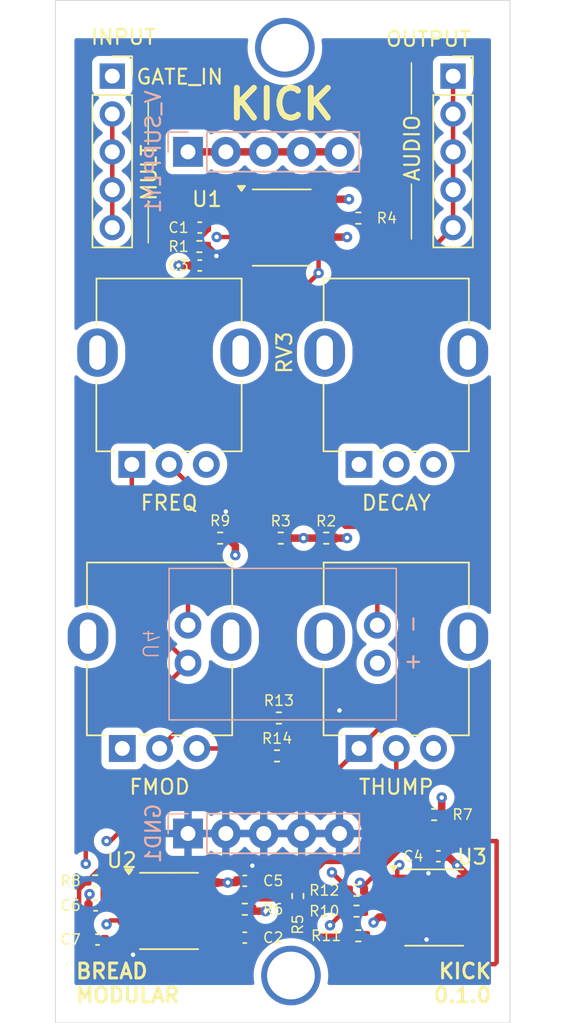
<source format=kicad_pcb>
(kicad_pcb (version 20240108) (generator "pcbnew") (generator_version "8.0")
  (layers (0 "F.Cu" signal "SIG1") (1 "In1.Cu" signal "SIG2") (2 "In2.Cu" power "PWR") (31 "B.Cu" power "GND") (34 "B.Paste" user) (35 "F.Paste" user) (36 "B.SilkS" user "B.Silkscreen") (37 "F.SilkS" user "F.Silkscreen") (38 "B.Mask" user) (39 "F.Mask" user) (44 "Edge.Cuts" user))
  (net 0 "")
  (net 1 "GND")
  (net 2 "TRIG_ENV")
  (net 3 "Net-(U1A--)")
  (net 4 "Net-(U2B-+)")
  (net 5 "SHAPE_OUT")
  (net 6 "Net-(U2A--)")
  (net 7 "CAP_MID")
  (net 8 "Net-(INPUT1-Pin_2)")
  (net 9 "GATE_IN")
  (net 10 "KICK_OUT")
  (net 11 "V_MID")
  (net 12 "V_SUPPLY")
  (net 13 "TRIG_IN")
  (net 14 "Net-(U2A-+)")
  (net 15 "Net-(U2B--)")
  (net 16 "Net-(R7-Pad1)")
  (net 17 "Net-(R9-Pad1)")
  (net 18 "Net-(R10-Pad1)")
  (net 19 "Net-(U3A--)")
  (net 20 "Net-(U4--)")
  (net 21 "Net-(R14-Pad1)")
  (footprint "Capacitor_SMD:C_0402_1005Metric" (layer "F.Cu") (at 59.69 99.695)
    (property "Reference" "C5" (at 1.905 0 0) (layer "F.SilkS") (effects (font (size 0.7 0.7) (thickness 0.1))))
    (property "Value" "100nf")
    (fp_line (start -0.107836 -0.36) (end 0.107836 -0.36) (stroke (width 0.12)) (layer "F.SilkS"))
    (fp_line (start -0.107836 0.36) (end 0.107836 0.36) (stroke (width 0.12)) (layer "F.SilkS"))
    (pad "1" smd roundrect (at -0.48 0) (size 0.56 0.62) (layers "F.Cu" "F.Paste" "F.Mask") (net 12 "V_SUPPLY"))
    (pad "2" smd roundrect (at 0.48 0) (size 0.56 0.62) (layers "F.Cu" "F.Paste" "F.Mask") (net 1 "GND"))
  )
  (footprint "BreadModular_Pots:Potentiometer_RV09" (layer "F.Cu") (at 52.11 71.765 90)
    (property "Reference" "RV2")
    (property "Value" "1M")
    (fp_line (start 0.88 -2.38) (end 5.6 -2.38) (stroke (width 0.12)) (layer "F.SilkS"))
    (fp_line (start 9.41 -2.37) (end 12.47 -2.37) (stroke (width 0.12)) (layer "F.SilkS"))
    (fp_line (start 0.88 -1.19) (end 0.88 -2.37) (stroke (width 0.12)) (layer "F.SilkS"))
    (fp_line (start 0.88 1.71) (end 0.88 1.18) (stroke (width 0.12)) (layer "F.SilkS"))
    (fp_line (start 0.88 4.16) (end 0.88 3.33) (stroke (width 0.12)) (layer "F.SilkS"))
    (fp_line (start 12.47 7.37) (end 12.47 -2.37) (stroke (width 0.12)) (layer "F.SilkS"))
    (fp_line (start 9.41 7.37) (end 12.47 7.37) (stroke (width 0.12)) (layer "F.SilkS"))
    (fp_line (start 0.88 7.37) (end 0.88 5.88) (stroke (width 0.12)) (layer "F.SilkS"))
    (fp_line (start 0.88 7.37) (end 5.6 7.37) (stroke (width 0.12)) (layer "F.SilkS"))
    (pad "" thru_hole oval (at 7.5 -2.3 180) (size 2.72 3.24) (drill oval 1.1 2.3) (layers "*.Cu" "*.Mask"))
    (pad "" thru_hole oval (at 7.5 7.3 180) (size 2.72 3.24) (drill oval 1.1 2.3) (layers "*.Cu" "*.Mask"))
    (pad "1" thru_hole rect (at 0 0 180) (size 1.8 1.8) (drill 1) (layers "*.Cu" "*.Mask") (net 7 "CAP_MID"))
    (pad "2" thru_hole circle (at 0 2.5 180) (size 1.8 1.8) (drill 1) (layers "*.Cu" "*.Mask") (net 17 "Net-(R9-Pad1)"))
    (pad "3" thru_hole circle (at 0 5 180) (size 1.8 1.8) (drill 1) (layers "*.Cu" "*.Mask"))
  )
  (footprint "BreadModular_Pots:Potentiometer_RV09" (layer "F.Cu") (at 51.475 90.815 90)
    (property "Reference" "RV4")
    (property "Value" "1M")
    (fp_line (start 0.88 -2.38) (end 5.6 -2.38) (stroke (width 0.12)) (layer "F.SilkS"))
    (fp_line (start 9.41 -2.37) (end 12.47 -2.37) (stroke (width 0.12)) (layer "F.SilkS"))
    (fp_line (start 0.88 -1.19) (end 0.88 -2.37) (stroke (width 0.12)) (layer "F.SilkS"))
    (fp_line (start 0.88 1.71) (end 0.88 1.18) (stroke (width 0.12)) (layer "F.SilkS"))
    (fp_line (start 0.88 4.16) (end 0.88 3.33) (stroke (width 0.12)) (layer "F.SilkS"))
    (fp_line (start 12.47 7.37) (end 12.47 -2.37) (stroke (width 0.12)) (layer "F.SilkS"))
    (fp_line (start 9.41 7.37) (end 12.47 7.37) (stroke (width 0.12)) (layer "F.SilkS"))
    (fp_line (start 0.88 7.37) (end 0.88 5.88) (stroke (width 0.12)) (layer "F.SilkS"))
    (fp_line (start 0.88 7.37) (end 5.6 7.37) (stroke (width 0.12)) (layer "F.SilkS"))
    (pad "" thru_hole oval (at 7.5 -2.3 180) (size 2.72 3.24) (drill oval 1.1 2.3) (layers "*.Cu" "*.Mask"))
    (pad "" thru_hole oval (at 7.5 7.3 180) (size 2.72 3.24) (drill oval 1.1 2.3) (layers "*.Cu" "*.Mask"))
    (pad "1" thru_hole rect (at 0 0 180) (size 1.8 1.8) (drill 1) (layers "*.Cu" "*.Mask"))
    (pad "2" thru_hole circle (at 0 2.5 180) (size 1.8 1.8) (drill 1) (layers "*.Cu" "*.Mask") (net 20 "Net-(U4--)"))
    (pad "3" thru_hole circle (at 0 5 180) (size 1.8 1.8) (drill 1) (layers "*.Cu" "*.Mask") (net 21 "Net-(R14-Pad1)"))
  )
  (footprint "Capacitor_SMD:C_0402_1005Metric" (layer "F.Cu") (at 49.812 103.632)
    (property "Reference" "C7" (at -1.806 0 0) (layer "F.SilkS") (effects (font (size 0.7 0.7) (thickness 0.1))))
    (property "Value" "10nf")
    (fp_line (start -0.107836 -0.36) (end 0.107836 -0.36) (stroke (width 0.12)) (layer "F.SilkS"))
    (fp_line (start -0.107836 0.36) (end 0.107836 0.36) (stroke (width 0.12)) (layer "F.SilkS"))
    (pad "1" smd roundrect (at -0.48 0) (size 0.56 0.62) (layers "F.Cu" "F.Paste" "F.Mask") (net 7 "CAP_MID"))
    (pad "2" smd roundrect (at 0.48 0) (size 0.56 0.62) (layers "F.Cu" "F.Paste" "F.Mask") (net 5 "SHAPE_OUT"))
  )
  (footprint "Resistor_SMD:R_0402_1005Metric" (layer "F.Cu") (at 67.308 103.378)
    (property "Reference" "R11" (at -2.159 0 0) (layer "F.SilkS") (effects (font (size 0.7 0.7) (thickness 0.1))))
    (property "Value" "100k")
    (fp_line (start -0.153641 -0.38) (end 0.153641 -0.38) (stroke (width 0.12)) (layer "F.SilkS"))
    (fp_line (start -0.153641 0.38) (end 0.153641 0.38) (stroke (width 0.12)) (layer "F.SilkS"))
    (pad "1" smd roundrect (at -0.51 0) (size 0.54 0.64) (layers "F.Cu" "F.Paste" "F.Mask") (net 5 "SHAPE_OUT"))
    (pad "2" smd roundrect (at 0.51 0) (size 0.54 0.64) (layers "F.Cu" "F.Paste" "F.Mask") (net 19 "Net-(U3A--)"))
  )
  (footprint "Resistor_SMD:R_0402_1005Metric" (layer "F.Cu") (at 63.246 100.713 90)
    (property "Reference" "R5" (at -1.907 0 90) (layer "F.SilkS") (effects (font (size 0.7 0.7) (thickness 0.1))))
    (property "Value" "1k")
    (fp_line (start -0.153641 -0.38) (end 0.153641 -0.38) (stroke (width 0.12)) (layer "F.SilkS"))
    (fp_line (start -0.153641 0.38) (end 0.153641 0.38) (stroke (width 0.12)) (layer "F.SilkS"))
    (pad "1" smd roundrect (at -0.51 0 90) (size 0.54 0.64) (layers "F.Cu" "F.Paste" "F.Mask") (net 15 "Net-(U2B--)"))
    (pad "2" smd roundrect (at 0.51 0 90) (size 0.54 0.64) (layers "F.Cu" "F.Paste" "F.Mask") (net 10 "KICK_OUT"))
  )
  (footprint "Connector_PinSocket_2.54mm:PinSocket_1x05_P2.54mm_Vertical" (layer "F.Cu") (at 50.8 45.72)
    (property "Reference" "INPUT1")
    (property "Value" "Conn_01x05_Socket")
    (fp_line (start -1.33 1.27) (end -1.33 11.49) (stroke (width 0.12)) (layer "F.SilkS"))
    (fp_line (start -1.33 1.27) (end 1.33 1.27) (stroke (width 0.12)) (layer "F.SilkS"))
    (fp_line (start -1.33 11.49) (end 1.33 11.49) (stroke (width 0.12)) (layer "F.SilkS"))
    (fp_line (start 0 -1.33) (end 1.33 -1.33) (stroke (width 0.12)) (layer "F.SilkS"))
    (fp_line (start 1.33 -1.33) (end 1.33 0) (stroke (width 0.12)) (layer "F.SilkS"))
    (fp_line (start 1.33 1.27) (end 1.33 11.49) (stroke (width 0.12)) (layer "F.SilkS"))
    (pad "1" thru_hole rect (at 0 0) (size 1.7 1.7) (drill 1) (layers "*.Cu" "*.Mask") (net 9 "GATE_IN"))
    (pad "2" thru_hole oval (at 0 2.54) (size 1.7 1.7) (drill 1) (layers "*.Cu" "*.Mask") (net 8 "Net-(INPUT1-Pin_2)"))
    (pad "3" thru_hole oval (at 0 5.08) (size 1.7 1.7) (drill 1) (layers "*.Cu" "*.Mask") (net 8 "Net-(INPUT1-Pin_2)"))
    (pad "4" thru_hole oval (at 0 7.62) (size 1.7 1.7) (drill 1) (layers "*.Cu" "*.Mask") (net 8 "Net-(INPUT1-Pin_2)"))
    (pad "5" thru_hole oval (at 0 10.16) (size 1.7 1.7) (drill 1) (layers "*.Cu" "*.Mask") (net 8 "Net-(INPUT1-Pin_2)"))
  )
  (footprint "Package_SO:SOIC-8-1EP_3.9x4.9mm_P1.27mm_EP2.29x3mm" (layer "F.Cu") (at 62.165 55.88)
    (property "Reference" "U1" (at -5.015 -1.905 0) (layer "F.SilkS"))
    (property "Value" "MCP6002-xSN")
    (fp_line (start 0 -2.56) (end -1.95 -2.56) (stroke (width 0.12)) (layer "F.SilkS"))
    (fp_line (start 0 -2.56) (end 1.95 -2.56) (stroke (width 0.12)) (layer "F.SilkS"))
    (fp_line (start 0 2.56) (end -1.95 2.56) (stroke (width 0.12)) (layer "F.SilkS"))
    (fp_line (start 0 2.56) (end 1.95 2.56) (stroke (width 0.12)) (layer "F.SilkS"))
    (fp_poly (pts (xy -2.7 -2.465) (xy -2.94 -2.795) (xy -2.46 -2.795) (xy -2.7 -2.465)) (stroke (width 0.12)) (fill solid) (layer "F.SilkS"))
    (pad "1" smd roundrect (at -2.475 -1.905) (size 1.95 0.6) (layers "F.Cu" "F.Paste" "F.Mask") (net 3 "Net-(U1A--)"))
    (pad "2" smd roundrect (at -2.475 -0.635) (size 1.95 0.6) (layers "F.Cu" "F.Paste" "F.Mask") (net 3 "Net-(U1A--)"))
    (pad "3" smd roundrect (at -2.475 0.635) (size 1.95 0.6) (layers "F.Cu" "F.Paste" "F.Mask") (net 9 "GATE_IN"))
    (pad "4" smd roundrect (at -2.475 1.905) (size 1.95 0.6) (layers "F.Cu" "F.Paste" "F.Mask") (net 1 "GND"))
    (pad "5" smd roundrect (at 2.475 1.905) (size 1.95 0.6) (layers "F.Cu" "F.Paste" "F.Mask") (net 2 "TRIG_ENV"))
    (pad "6" smd roundrect (at 2.475 0.635) (size 1.95 0.6) (layers "F.Cu" "F.Paste" "F.Mask") (net 11 "V_MID"))
    (pad "7" smd roundrect (at 2.475 -0.635) (size 1.95 0.6) (layers "F.Cu" "F.Paste" "F.Mask") (net 13 "TRIG_IN"))
    (pad "8" smd roundrect (at 2.475 -1.905) (size 1.95 0.6) (layers "F.Cu" "F.Paste" "F.Mask") (net 12 "V_SUPPLY"))
    (pad "9" smd rect (at 0 0) (size 2.29 3) (property pad_prop_heatsink) (layers "F.Cu" "F.Mask"))
  )
  (footprint "Resistor_SMD:R_0402_1005Metric" (layer "F.Cu") (at 61.851 91.313)
    (property "Reference" "R14" (at 0 -1.17 0) (layer "F.SilkS") (effects (font (size 0.7 0.7) (thickness 0.1))))
    (property "Value" "10k")
    (fp_line (start -0.153641 -0.38) (end 0.153641 -0.38) (stroke (width 0.12)) (layer "F.SilkS"))
    (fp_line (start -0.153641 0.38) (end 0.153641 0.38) (stroke (width 0.12)) (layer "F.SilkS"))
    (pad "1" smd roundrect (at -0.51 0) (size 0.54 0.64) (layers "F.Cu" "F.Paste" "F.Mask") (net 21 "Net-(R14-Pad1)"))
    (pad "2" smd roundrect (at 0.51 0) (size 0.54 0.64) (layers "F.Cu" "F.Paste" "F.Mask") (net 1 "GND"))
  )
  (footprint "BreadModular_Pots:Potentiometer_RV09" (layer "F.Cu") (at 67.35 71.765 90)
    (property "Reference" "RV3" (at 7.5 -5 90) (layer "F.SilkS"))
    (property "Value" "1M")
    (fp_line (start 0.88 -2.38) (end 5.6 -2.38) (stroke (width 0.12)) (layer "F.SilkS"))
    (fp_line (start 9.41 -2.37) (end 12.47 -2.37) (stroke (width 0.12)) (layer "F.SilkS"))
    (fp_line (start 0.88 -1.19) (end 0.88 -2.37) (stroke (width 0.12)) (layer "F.SilkS"))
    (fp_line (start 0.88 1.71) (end 0.88 1.18) (stroke (width 0.12)) (layer "F.SilkS"))
    (fp_line (start 0.88 4.16) (end 0.88 3.33) (stroke (width 0.12)) (layer "F.SilkS"))
    (fp_line (start 12.47 7.37) (end 12.47 -2.37) (stroke (width 0.12)) (layer "F.SilkS"))
    (fp_line (start 9.41 7.37) (end 12.47 7.37) (stroke (width 0.12)) (layer "F.SilkS"))
    (fp_line (start 0.88 7.37) (end 0.88 5.88) (stroke (width 0.12)) (layer "F.SilkS"))
    (fp_line (start 0.88 7.37) (end 5.6 7.37) (stroke (width 0.12)) (layer "F.SilkS"))
    (pad "" thru_hole oval (at 7.5 -2.3 180) (size 2.72 3.24) (drill oval 1.1 2.3) (layers "*.Cu" "*.Mask"))
    (pad "" thru_hole oval (at 7.5 7.3 180) (size 2.72 3.24) (drill oval 1.1 2.3) (layers "*.Cu" "*.Mask"))
    (pad "1" thru_hole rect (at 0 0 180) (size 1.8 1.8) (drill 1) (layers "*.Cu" "*.Mask") (net 19 "Net-(U3A--)"))
    (pad "2" thru_hole circle (at 0 2.5 180) (size 1.8 1.8) (drill 1) (layers "*.Cu" "*.Mask") (net 18 "Net-(R10-Pad1)"))
    (pad "3" thru_hole circle (at 0 5 180) (size 1.8 1.8) (drill 1) (layers "*.Cu" "*.Mask"))
  )
  (footprint "Resistor_SMD:R_0402_1005Metric" (layer "F.Cu") (at 59.69 101.6 180)
    (property "Reference" "R6" (at -1.905 0 0) (layer "F.SilkS") (effects (font (size 0.7 0.7) (thickness 0.1))))
    (property "Value" "1M")
    (fp_line (start -0.153641 0.38) (end 0.153641 0.38) (stroke (width 0.12)) (layer "F.SilkS"))
    (fp_line (start -0.153641 -0.38) (end 0.153641 -0.38) (stroke (width 0.12)) (layer "F.SilkS"))
    (pad "1" smd roundrect (at -0.51 0 180) (size 0.54 0.64) (layers "F.Cu" "F.Paste" "F.Mask") (net 11 "V_MID"))
    (pad "2" smd roundrect (at 0.51 0 180) (size 0.54 0.64) (layers "F.Cu" "F.Paste" "F.Mask") (net 4 "Net-(U2B-+)"))
  )
  (footprint "Resistor_SMD:R_0402_1005Metric" (layer "F.Cu") (at 67.181 100.33 180)
    (property "Reference" "R12" (at 2.157 0 0) (layer "F.SilkS") (effects (font (size 0.7 0.7) (thickness 0.1))))
    (property "Value" "100k")
    (fp_line (start -0.153641 0.38) (end 0.153641 0.38) (stroke (width 0.12)) (layer "F.SilkS"))
    (fp_line (start -0.153641 -0.38) (end 0.153641 -0.38) (stroke (width 0.12)) (layer "F.SilkS"))
    (pad "1" smd roundrect (at -0.51 0 180) (size 0.54 0.64) (layers "F.Cu" "F.Paste" "F.Mask") (net 19 "Net-(U3A--)"))
    (pad "2" smd roundrect (at 0.51 0 180) (size 0.54 0.64) (layers "F.Cu" "F.Paste" "F.Mask") (net 18 "Net-(R10-Pad1)"))
  )
  (footprint "Resistor_SMD:R_0402_1005Metric" (layer "F.Cu") (at 56.64 57.15)
    (property "Reference" "R1" (at -1.395 0 0) (layer "F.SilkS") (effects (font (size 0.7 0.7) (thickness 0.1))))
    (property "Value" "51k")
    (fp_line (start -0.153641 -0.38) (end 0.153641 -0.38) (stroke (width 0.12)) (layer "F.SilkS"))
    (fp_line (start -0.153641 0.38) (end 0.153641 0.38) (stroke (width 0.12)) (layer "F.SilkS"))
    (pad "1" smd roundrect (at -0.51 0) (size 0.54 0.64) (layers "F.Cu" "F.Paste" "F.Mask") (net 2 "TRIG_ENV"))
    (pad "2" smd roundrect (at 0.51 0) (size 0.54 0.64) (layers "F.Cu" "F.Paste" "F.Mask") (net 1 "GND"))
  )
  (footprint "Capacitor_SMD:C_0402_1005Metric" (layer "F.Cu") (at 72.672 98.044 180)
    (property "Reference" "C4" (at 1.679 0 0) (layer "F.SilkS") (effects (font (size 0.7 0.7) (thickness 0.1))))
    (property "Value" "100nf")
    (fp_line (start -0.107836 0.36) (end 0.107836 0.36) (stroke (width 0.12)) (layer "F.SilkS"))
    (fp_line (start -0.107836 -0.36) (end 0.107836 -0.36) (stroke (width 0.12)) (layer "F.SilkS"))
    (pad "1" smd roundrect (at -0.48 0 180) (size 0.56 0.62) (layers "F.Cu" "F.Paste" "F.Mask") (net 12 "V_SUPPLY"))
    (pad "2" smd roundrect (at 0.48 0 180) (size 0.56 0.62) (layers "F.Cu" "F.Paste" "F.Mask") (net 1 "GND"))
  )
  (footprint "Resistor_SMD:R_0402_1005Metric" (layer "F.Cu") (at 62.101 76.708 180)
    (property "Reference" "R3" (at 0 1.143 0) (layer "F.SilkS") (effects (font (size 0.7 0.7) (thickness 0.1))))
    (property "Value" "1k")
    (fp_line (start -0.153641 0.38) (end 0.153641 0.38) (stroke (width 0.12)) (layer "F.SilkS"))
    (fp_line (start -0.153641 -0.38) (end 0.153641 -0.38) (stroke (width 0.12)) (layer "F.SilkS"))
    (pad "1" smd roundrect (at -0.51 0 180) (size 0.54 0.64) (layers "F.Cu" "F.Paste" "F.Mask") (net 11 "V_MID"))
    (pad "2" smd roundrect (at 0.51 0 180) (size 0.54 0.64) (layers "F.Cu" "F.Paste" "F.Mask") (net 1 "GND"))
  )
  (footprint "Resistor_SMD:R_0402_1005Metric" (layer "F.Cu") (at 67.31 55.245)
    (property "Reference" "R4" (at 1.905 0 0) (layer "F.SilkS") (effects (font (size 0.7 0.7) (thickness 0.1))))
    (property "Value" "100k")
    (fp_line (start -0.153641 -0.38) (end 0.153641 -0.38) (stroke (width 0.12)) (layer "F.SilkS"))
    (fp_line (start -0.153641 0.38) (end 0.153641 0.38) (stroke (width 0.12)) (layer "F.SilkS"))
    (pad "1" smd roundrect (at -0.51 0) (size 0.54 0.64) (layers "F.Cu" "F.Paste" "F.Mask") (net 13 "TRIG_IN"))
    (pad "2" smd roundrect (at 0.51 0) (size 0.54 0.64) (layers "F.Cu" "F.Paste" "F.Mask") (net 14 "Net-(U2A-+)"))
  )
  (footprint "Resistor_SMD:R_0402_1005Metric" (layer "F.Cu") (at 49.655 99.695 180)
    (property "Reference" "R8" (at 1.649 0 0) (layer "F.SilkS") (effects (font (size 0.7 0.7) (thickness 0.1))))
    (property "Value" "1M")
    (fp_line (start -0.153641 0.38) (end 0.153641 0.38) (stroke (width 0.12)) (layer "F.SilkS"))
    (fp_line (start -0.153641 -0.38) (end 0.153641 -0.38) (stroke (width 0.12)) (layer "F.SilkS"))
    (pad "1" smd roundrect (at -0.51 0 180) (size 0.54 0.64) (layers "F.Cu" "F.Paste" "F.Mask") (net 6 "Net-(U2A--)"))
    (pad "2" smd roundrect (at 0.51 0 180) (size 0.54 0.64) (layers "F.Cu" "F.Paste" "F.Mask") (net 5 "SHAPE_OUT"))
  )
  (footprint "Resistor_SMD:R_0402_1005Metric" (layer "F.Cu") (at 58.037 76.708)
    (property "Reference" "R9" (at 0 -1.17 0) (layer "F.SilkS") (effects (font (size 0.7 0.7) (thickness 0.1))))
    (property "Value" "4.7k")
    (fp_line (start -0.153641 -0.38) (end 0.153641 -0.38) (stroke (width 0.12)) (layer "F.SilkS"))
    (fp_line (start -0.153641 0.38) (end 0.153641 0.38) (stroke (width 0.12)) (layer "F.SilkS"))
    (pad "1" smd roundrect (at -0.51 0) (size 0.54 0.64) (layers "F.Cu" "F.Paste" "F.Mask") (net 17 "Net-(R9-Pad1)"))
    (pad "2" smd roundrect (at 0.51 0) (size 0.54 0.64) (layers "F.Cu" "F.Paste" "F.Mask") (net 11 "V_MID"))
  )
  (footprint "Capacitor_SMD:C_0402_1005Metric" (layer "F.Cu") (at 56.67 55.88)
    (property "Reference" "C1" (at -1.425 0 0) (layer "F.SilkS") (effects (font (size 0.7 0.7) (thickness 0.1))))
    (property "Value" "100nf")
    (fp_line (start -0.107836 -0.36) (end 0.107836 -0.36) (stroke (width 0.12)) (layer "F.SilkS"))
    (fp_line (start -0.107836 0.36) (end 0.107836 0.36) (stroke (width 0.12)) (layer "F.SilkS"))
    (pad "1" smd roundrect (at -0.48 0) (size 0.56 0.62) (layers "F.Cu" "F.Paste" "F.Mask") (net 3 "Net-(U1A--)"))
    (pad "2" smd roundrect (at 0.48 0) (size 0.56 0.62) (layers "F.Cu" "F.Paste" "F.Mask") (net 2 "TRIG_ENV"))
  )
  (footprint "Capacitor_SMD:C_0402_1005Metric" (layer "F.Cu") (at 56.67 58.42)
    (property "Reference" "C3" (at -1.425 0 0) (layer "F.SilkS") (effects (font (size 0.7 0.7) (thickness 0.1))))
    (property "Value" "100nf")
    (fp_line (start -0.107836 -0.36) (end 0.107836 -0.36) (stroke (width 0.12)) (layer "F.SilkS"))
    (fp_line (start -0.107836 0.36) (end 0.107836 0.36) (stroke (width 0.12)) (layer "F.SilkS"))
    (pad "1" smd roundrect (at -0.48 0) (size 0.56 0.62) (layers "F.Cu" "F.Paste" "F.Mask") (net 12 "V_SUPPLY"))
    (pad "2" smd roundrect (at 0.48 0) (size 0.56 0.62) (layers "F.Cu" "F.Paste" "F.Mask") (net 1 "GND"))
  )
  (footprint "Resistor_SMD:R_0402_1005Metric" (layer "F.Cu") (at 65.149 76.708 180)
    (property "Reference" "R2" (at 0 1.143 0) (layer "F.SilkS") (effects (font (size 0.7 0.7) (thickness 0.1))))
    (property "Value" "1k")
    (fp_line (start -0.153641 0.38) (end 0.153641 0.38) (stroke (width 0.12)) (layer "F.SilkS"))
    (fp_line (start -0.153641 -0.38) (end 0.153641 -0.38) (stroke (width 0.12)) (layer "F.SilkS"))
    (pad "1" smd roundrect (at -0.51 0 180) (size 0.54 0.64) (layers "F.Cu" "F.Paste" "F.Mask") (net 12 "V_SUPPLY"))
    (pad "2" smd roundrect (at 0.51 0 180) (size 0.54 0.64) (layers "F.Cu" "F.Paste" "F.Mask") (net 11 "V_MID"))
  )
  (footprint "BreadModular_Pots:Potentiometer_RV09" (layer "F.Cu") (at 67.35 90.815 90)
    (property "Reference" "RV1")
    (property "Value" "50k")
    (fp_line (start 0.88 -2.38) (end 5.6 -2.38) (stroke (width 0.12)) (layer "F.SilkS"))
    (fp_line (start 9.41 -2.37) (end 12.47 -2.37) (stroke (width 0.12)) (layer "F.SilkS"))
    (fp_line (start 0.88 -1.19) (end 0.88 -2.37) (stroke (width 0.12)) (layer "F.SilkS"))
    (fp_line (start 0.88 1.71) (end 0.88 1.18) (stroke (width 0.12)) (layer "F.SilkS"))
    (fp_line (start 0.88 4.16) (end 0.88 3.33) (stroke (width 0.12)) (layer "F.SilkS"))
    (fp_line (start 12.47 7.37) (end 12.47 -2.37) (stroke (width 0.12)) (layer "F.SilkS"))
    (fp_line (start 9.41 7.37) (end 12.47 7.37) (stroke (width 0.12)) (layer "F.SilkS"))
    (fp_line (start 0.88 7.37) (end 0.88 5.88) (stroke (width 0.12)) (layer "F.SilkS"))
    (fp_line (start 0.88 7.37) (end 5.6 7.37) (stroke (width 0.12)) (layer "F.SilkS"))
    (pad "" thru_hole oval (at 7.5 -2.3 180) (size 2.72 3.24) (drill oval 1.1 2.3) (layers "*.Cu" "*.Mask"))
    (pad "" thru_hole oval (at 7.5 7.3 180) (size 2.72 3.24) (drill oval 1.1 2.3) (layers "*.Cu" "*.Mask"))
    (pad "1" thru_hole rect (at 0 0 180) (size 1.8 1.8) (drill 1) (layers "*.Cu" "*.Mask") (net 14 "Net-(U2A-+)"))
    (pad "2" thru_hole circle (at 0 2.5 180) (size 1.8 1.8) (drill 1) (layers "*.Cu" "*.Mask") (net 16 "Net-(R7-Pad1)"))
    (pad "3" thru_hole circle (at 0 5 180) (size 1.8 1.8) (drill 1) (layers "*.Cu" "*.Mask"))
  )
  (footprint "Capacitor_SMD:C_0402_1005Metric" (layer "F.Cu") (at 49.685 101.346 180)
    (property "Reference" "C6" (at 1.679 0 0) (layer "F.SilkS") (effects (font (size 0.7 0.7) (thickness 0.1))))
    (property "Value" "10nf")
    (fp_line (start -0.107836 0.36) (end 0.107836 0.36) (stroke (width 0.12)) (layer "F.SilkS"))
    (fp_line (start -0.107836 -0.36) (end 0.107836 -0.36) (stroke (width 0.12)) (layer "F.SilkS"))
    (pad "1" smd roundrect (at -0.48 0 180) (size 0.56 0.62) (layers "F.Cu" "F.Paste" "F.Mask") (net 6 "Net-(U2A--)"))
    (pad "2" smd roundrect (at 0.48 0 180) (size 0.56 0.62) (layers "F.Cu" "F.Paste" "F.Mask") (net 7 "CAP_MID"))
  )
  (footprint "Package_SO:SOIC-8-1EP_3.9x4.9mm_P1.27mm_EP2.29x3mm" (layer "F.Cu") (at 72.39 101.485)
    (property "Reference" "U3" (at 2.54 -3.4 0) (layer "F.SilkS"))
    (property "Value" "MCP6002-xSN")
    (fp_line (start 0 -2.56) (end -1.95 -2.56) (stroke (width 0.12)) (layer "F.SilkS"))
    (fp_line (start 0 -2.56) (end 1.95 -2.56) (stroke (width 0.12)) (layer "F.SilkS"))
    (fp_line (start 0 2.56) (end -1.95 2.56) (stroke (width 0.12)) (layer "F.SilkS"))
    (fp_line (start 0 2.56) (end 1.95 2.56) (stroke (width 0.12)) (layer "F.SilkS"))
    (fp_poly (pts (xy -2.7 -2.465) (xy -2.94 -2.795) (xy -2.46 -2.795) (xy -2.7 -2.465)) (stroke (width 0.12)) (fill solid) (layer "F.SilkS"))
    (pad "1" smd roundrect (at -2.475 -1.905) (size 1.95 0.6) (layers "F.Cu" "F.Paste" "F.Mask") (net 18 "Net-(R10-Pad1)"))
    (pad "2" smd roundrect (at -2.475 -0.635) (size 1.95 0.6) (layers "F.Cu" "F.Paste" "F.Mask") (net 19 "Net-(U3A--)"))
    (pad "3" smd roundrect (at -2.475 0.635) (size 1.95 0.6) (layers "F.Cu" "F.Paste" "F.Mask") (net 11 "V_MID"))
    (pad "4" smd roundrect (at -2.475 1.905) (size 1.95 0.6) (layers "F.Cu" "F.Paste" "F.Mask") (net 1 "GND"))
    (pad "5" smd roundrect (at 2.475 1.905) (size 1.95 0.6) (layers "F.Cu" "F.Paste" "F.Mask"))
    (pad "6" smd roundrect (at 2.475 0.635) (size 1.95 0.6) (layers "F.Cu" "F.Paste" "F.Mask"))
    (pad "7" smd roundrect (at 2.475 -0.635) (size 1.95 0.6) (layers "F.Cu" "F.Paste" "F.Mask"))
    (pad "8" smd roundrect (at 2.475 -1.905) (size 1.95 0.6) (layers "F.Cu" "F.Paste" "F.Mask") (net 12 "V_SUPPLY"))
    (pad "9" smd rect (at 0 0) (size 2.29 3) (property pad_prop_heatsink) (layers "F.Cu" "F.Mask"))
  )
  (footprint "Capacitor_SMD:C_0402_1005Metric" (layer "F.Cu") (at 59.69 103.505 180)
    (property "Reference" "C2" (at -1.905 0 0) (layer "F.SilkS") (effects (font (size 0.7 0.7) (thickness 0.1))))
    (property "Value" "100nf")
    (fp_line (start -0.107836 0.36) (end 0.107836 0.36) (stroke (width 0.12)) (layer "F.SilkS"))
    (fp_line (start -0.107836 -0.36) (end 0.107836 -0.36) (stroke (width 0.12)) (layer "F.SilkS"))
    (pad "1" smd roundrect (at -0.48 0 180) (size 0.56 0.62) (layers "F.Cu" "F.Paste" "F.Mask") (net 5 "SHAPE_OUT"))
    (pad "2" smd roundrect (at 0.48 0 180) (size 0.56 0.62) (layers "F.Cu" "F.Paste" "F.Mask") (net 4 "Net-(U2B-+)"))
  )
  (footprint "Package_SO:SOIC-8-1EP_3.9x4.9mm_P1.27mm_EP2.29x3mm" (layer "F.Cu") (at 54.61 101.715)
    (property "Reference" "U2" (at -3.175 -3.4 0) (layer "F.SilkS"))
    (property "Value" "MCP6002-xSN")
    (fp_line (start 0 -2.56) (end -1.95 -2.56) (stroke (width 0.12)) (layer "F.SilkS"))
    (fp_line (start 0 -2.56) (end 1.95 -2.56) (stroke (width 0.12)) (layer "F.SilkS"))
    (fp_line (start 0 2.56) (end -1.95 2.56) (stroke (width 0.12)) (layer "F.SilkS"))
    (fp_line (start 0 2.56) (end 1.95 2.56) (stroke (width 0.12)) (layer "F.SilkS"))
    (fp_poly (pts (xy -2.7 -2.465) (xy -2.94 -2.795) (xy -2.46 -2.795) (xy -2.7 -2.465)) (stroke (width 0.12)) (fill solid) (layer "F.SilkS"))
    (pad "1" smd roundrect (at -2.475 -1.905) (size 1.95 0.6) (layers "F.Cu" "F.Paste" "F.Mask") (net 5 "SHAPE_OUT"))
    (pad "2" smd roundrect (at -2.475 -0.635) (size 1.95 0.6) (layers "F.Cu" "F.Paste" "F.Mask") (net 6 "Net-(U2A--)"))
    (pad "3" smd roundrect (at -2.475 0.635) (size 1.95 0.6) (layers "F.Cu" "F.Paste" "F.Mask") (net 14 "Net-(U2A-+)"))
    (pad "4" smd roundrect (at -2.475 1.905) (size 1.95 0.6) (layers "F.Cu" "F.Paste" "F.Mask") (net 1 "GND"))
    (pad "5" smd roundrect (at 2.475 1.905) (size 1.95 0.6) (layers "F.Cu" "F.Paste" "F.Mask") (net 4 "Net-(U2B-+)"))
    (pad "6" smd roundrect (at 2.475 0.635) (size 1.95 0.6) (layers "F.Cu" "F.Paste" "F.Mask") (net 15 "Net-(U2B--)"))
    (pad "7" smd roundrect (at 2.475 -0.635) (size 1.95 0.6) (layers "F.Cu" "F.Paste" "F.Mask") (net 15 "Net-(U2B--)"))
    (pad "8" smd roundrect (at 2.475 -1.905) (size 1.95 0.6) (layers "F.Cu" "F.Paste" "F.Mask") (net 12 "V_SUPPLY"))
    (pad "9" smd rect (at 0 0) (size 2.29 3) (property pad_prop_heatsink) (layers "F.Cu" "F.Mask"))
  )
  (footprint "Resistor_SMD:R_0402_1005Metric" (layer "F.Cu") (at 61.976 88.773)
    (property "Reference" "R13" (at 0 -1.17 0) (layer "F.SilkS") (effects (font (size 0.7 0.7) (thickness 0.1))))
    (property "Value" "200k")
    (fp_line (start -0.153641 -0.38) (end 0.153641 -0.38) (stroke (width 0.12)) (layer "F.SilkS"))
    (fp_line (start -0.153641 0.38) (end 0.153641 0.38) (stroke (width 0.12)) (layer "F.SilkS"))
    (pad "1" smd roundrect (at -0.51 0) (size 0.54 0.64) (layers "F.Cu" "F.Paste" "F.Mask") (net 20 "Net-(U4--)"))
    (pad "2" smd roundrect (at 0.51 0) (size 0.54 0.64) (layers "F.Cu" "F.Paste" "F.Mask") (net 1 "GND"))
  )
  (footprint "Resistor_SMD:R_0402_1005Metric" (layer "F.Cu") (at 72.39 95.25)
    (property "Reference" "R7" (at 1.905 0 0) (layer "F.SilkS") (effects (font (size 0.7 0.7) (thickness 0.1))))
    (property "Value" "1k")
    (fp_line (start -0.153641 -0.38) (end 0.153641 -0.38) (stroke (width 0.12)) (layer "F.SilkS"))
    (fp_line (start -0.153641 0.38) (end 0.153641 0.38) (stroke (width 0.12)) (layer "F.SilkS"))
    (pad "1" smd roundrect (at -0.51 0) (size 0.54 0.64) (layers "F.Cu" "F.Paste" "F.Mask") (net 16 "Net-(R7-Pad1)"))
    (pad "2" smd roundrect (at 0.51 0) (size 0.54 0.64) (layers "F.Cu" "F.Paste" "F.Mask") (net 11 "V_MID"))
  )
  (footprint "Connector_PinSocket_2.54mm:PinSocket_1x05_P2.54mm_Vertical" (layer "F.Cu") (at 73.66 45.72)
    (property "Reference" "OUTPUT1")
    (property "Value" "Conn_01x05_Socket")
    (fp_line (start -1.33 1.27) (end -1.33 11.49) (stroke (width 0.12)) (layer "F.SilkS"))
    (fp_line (start -1.33 1.27) (end 1.33 1.27) (stroke (width 0.12)) (layer "F.SilkS"))
    (fp_line (start -1.33 11.49) (end 1.33 11.49) (stroke (width 0.12)) (layer "F.SilkS"))
    (fp_line (start 0 -1.33) (end 1.33 -1.33) (stroke (width 0.12)) (layer "F.SilkS"))
    (fp_line (start 1.33 -1.33) (end 1.33 0) (stroke (width 0.12)) (layer "F.SilkS"))
    (fp_line (start 1.33 1.27) (end 1.33 11.49) (stroke (width 0.12)) (layer "F.SilkS"))
    (pad "1" thru_hole rect (at 0 0) (size 1.7 1.7) (drill 1) (layers "*.Cu" "*.Mask") (net 10 "KICK_OUT"))
    (pad "2" thru_hole oval (at 0 2.54) (size 1.7 1.7) (drill 1) (layers "*.Cu" "*.Mask") (net 10 "KICK_OUT"))
    (pad "3" thru_hole oval (at 0 5.08) (size 1.7 1.7) (drill 1) (layers "*.Cu" "*.Mask") (net 10 "KICK_OUT"))
    (pad "4" thru_hole oval (at 0 7.62) (size 1.7 1.7) (drill 1) (layers "*.Cu" "*.Mask") (net 10 "KICK_OUT"))
    (pad "5" thru_hole oval (at 0 10.16) (size 1.7 1.7) (drill 1) (layers "*.Cu" "*.Mask") (net 10 "KICK_OUT"))
  )
  (footprint "Resistor_SMD:R_0402_1005Metric" (layer "F.Cu") (at 67.181 101.727 180)
    (property "Reference" "R10" (at 2.157 0 0) (layer "F.SilkS") (effects (font (size 0.7 0.7) (thickness 0.1))))
    (property "Value" "470k")
    (fp_line (start -0.153641 0.38) (end 0.153641 0.38) (stroke (width 0.12)) (layer "F.SilkS"))
    (fp_line (start -0.153641 -0.38) (end 0.153641 -0.38) (stroke (width 0.12)) (layer "F.SilkS"))
    (pad "1" smd roundrect (at -0.51 0 180) (size 0.54 0.64) (layers "F.Cu" "F.Paste" "F.Mask") (net 18 "Net-(R10-Pad1)"))
    (pad "2" smd roundrect (at 0.51 0 180) (size 0.54 0.64) (layers "F.Cu" "F.Paste" "F.Mask") (net 7 "CAP_MID"))
  )
  (footprint "BreadModular_MISC:VTL5C" (layer "B.Cu") (at 62.23 83.82 90)
    (property "Reference" "U4" (at 0 -8.89 -90) (layer "B.SilkS") (effects (font (thickness 0.1)) (justify mirror)))
    (property "Value" "VTL5C")
    (fp_line (start 5.08 -7.62) (end 5.08 7.62) (stroke (width 0.1)) (layer "B.SilkS"))
    (fp_line (start -5.08 -7.62) (end 5.08 -7.62) (stroke (width 0.1)) (layer "B.SilkS"))
    (fp_line (start 5.08 7.62) (end 2.54 7.62) (stroke (width 0.1)) (layer "B.SilkS"))
    (fp_line (start 2.54 7.62) (end -2.54 7.62) (stroke (width 0.1)) (layer "B.SilkS"))
    (fp_line (start -2.54 7.62) (end -5.08 7.62) (stroke (width 0.1)) (layer "B.SilkS"))
    (fp_line (start -5.08 7.62) (end -5.08 -7.62) (stroke (width 0.1)) (layer "B.SilkS"))
    (fp_text user "+" (at -1.905 8.255 -90) (layer "B.SilkS") (effects (justify left bottom mirror)))
    (fp_text user "-" (at 0.635 8.255 -90) (layer "B.SilkS") (effects (justify left bottom mirror)))
    (pad "1" thru_hole circle (at 1.27 6.35 90) (size 1.8 1.8) (drill 1) (layers "*.Cu" "*.Mask") (net 20 "Net-(U4--)"))
    (pad "2" thru_hole circle (at -1.27 6.35) (size 1.8 1.8) (drill 1) (layers "*.Cu" "*.Mask") (net 2 "TRIG_ENV"))
    (pad "3" thru_hole circle (at 1.27 -6.35 90) (size 1.8 1.8) (drill 1) (layers "*.Cu" "*.Mask") (net 17 "Net-(R9-Pad1)"))
    (pad "4" thru_hole circle (at -1.27 -6.35 90) (size 1.8 1.8) (drill 1) (layers "*.Cu" "*.Mask") (net 7 "CAP_MID"))
  )
  (footprint "BreadModular_MISC:Power_Connector" (layer "B.Cu") (at 55.88 50.8 -90)
    (property "Reference" "V_SUPPLY1" (at 0 2.33 90) (layer "B.SilkS") (effects (justify mirror)))
    (property "Value" "Conn_01x05_Pin")
    (fp_line (start -1.33 1.33) (end -1.33 0) (stroke (width 0.12)) (layer "B.SilkS"))
    (fp_line (start 0 1.33) (end -1.33 1.33) (stroke (width 0.12)) (layer "B.SilkS"))
    (fp_line (start 1.33 -1.27) (end -1.33 -1.27) (stroke (width 0.12)) (layer "B.SilkS"))
    (fp_line (start -1.33 -11.49) (end -1.33 -1.27) (stroke (width 0.12)) (layer "B.SilkS"))
    (fp_line (start 1.33 -11.49) (end 1.33 -1.27) (stroke (width 0.12)) (layer "B.SilkS"))
    (fp_line (start 1.33 -11.49) (end -1.33 -11.49) (stroke (width 0.12)) (layer "B.SilkS"))
    (pad "1" thru_hole rect (at 0 0 270) (size 2 2) (drill 1) (layers "*.Cu" "*.Mask") (net 12 "V_SUPPLY"))
    (pad "2" thru_hole oval (at 0 -2.54 270) (size 2 2) (drill 1) (layers "*.Cu" "*.Mask") (net 12 "V_SUPPLY"))
    (pad "3" thru_hole oval (at 0 -5.08 270) (size 2 2) (drill 1) (layers "*.Cu" "*.Mask") (net 12 "V_SUPPLY"))
    (pad "4" thru_hole oval (at 0 -7.62 270) (size 2 2) (drill 1) (layers "*.Cu" "*.Mask") (net 12 "V_SUPPLY"))
    (pad "5" thru_hole oval (at 0 -10.16 270) (size 2 2) (drill 1) (layers "*.Cu" "*.Mask") (net 12 "V_SUPPLY"))
  )
  (footprint "BreadModular_MISC:Power_Connector" (layer "B.Cu") (at 55.88 96.52 -90)
    (property "Reference" "GND1" (at 0 2.33 90) (layer "B.SilkS") (effects (justify mirror)))
    (property "Value" "Conn_01x05_Pin")
    (fp_line (start -1.33 1.33) (end -1.33 0) (stroke (width 0.12)) (layer "B.SilkS"))
    (fp_line (start 0 1.33) (end -1.33 1.33) (stroke (width 0.12)) (layer "B.SilkS"))
    (fp_line (start 1.33 -1.27) (end -1.33 -1.27) (stroke (width 0.12)) (layer "B.SilkS"))
    (fp_line (start -1.33 -11.49) (end -1.33 -1.27) (stroke (width 0.12)) (layer "B.SilkS"))
    (fp_line (start 1.33 -11.49) (end 1.33 -1.27) (stroke (width 0.12)) (layer "B.SilkS"))
    (fp_line (start 1.33 -11.49) (end -1.33 -11.49) (stroke (width 0.12)) (layer "B.SilkS"))
    (pad "1" thru_hole rect (at 0 0 270) (size 2 2) (drill 1) (layers "*.Cu" "*.Mask") (net 1 "GND"))
    (pad "2" thru_hole oval (at 0 -2.54 270) (size 2 2) (drill 1) (layers "*.Cu" "*.Mask") (net 1 "GND"))
    (pad "3" thru_hole oval (at 0 -5.08 270) (size 2 2) (drill 1) (layers "*.Cu" "*.Mask") (net 1 "GND"))
    (pad "4" thru_hole oval (at 0 -7.62 270) (size 2 2) (drill 1) (layers "*.Cu" "*.Mask") (net 1 "GND"))
    (pad "5" thru_hole oval (at 0 -10.16 270) (size 2 2) (drill 1) (layers "*.Cu" "*.Mask") (net 1 "GND"))
  )
  (gr_line (start 70.866 52.959) (end 70.866 56.642) (stroke (width 0.1)) (layer "F.SilkS"))
  (gr_line (start 53.213 47.498) (end 53.213 50.292) (stroke (width 0.1)) (layer "F.SilkS"))
  (gr_line (start 70.866 48.26) (end 70.866 44.831) (stroke (width 0.1)) (layer "F.SilkS"))
  (gr_line (start 53.213 54.102) (end 53.213 56.896) (stroke (width 0.1)) (layer "F.SilkS"))
  (gr_line (start 46.99 109.22) (end 77.47 109.22) (stroke (width 0.05)) (layer "Edge.Cuts"))
  (gr_line (start 77.47 40.64) (end 46.99 40.64) (stroke (width 0.05)) (layer "Edge.Cuts"))
  (gr_line (start 46.99 40.64) (end 46.99 109.22) (stroke (width 0.05)) (layer "Edge.Cuts"))
  (gr_line (start 77.47 109.22) (end 77.47 40.64) (stroke (width 0.05)) (layer "Edge.Cuts"))
  (gr_text "DECAY" (at 69.85 74.93 0) (layer "F.SilkS") (effects (font (size 1 1)) (justify bottom)))
  (gr_text "MULT" (at 53.848 52.197 90) (layer "F.SilkS") (effects (font (size 1 1)) (justify bottom)))
  (gr_text "AUDIO" (at 71.501 50.546 90) (layer "F.SilkS") (effects (font (size 1 1)) (justify bottom)))
  (gr_text "FREQ" (at 54.61 74.93 0) (layer "F.SilkS") (effects (font (size 1 1)) (justify bottom)))
  (gr_text "GATE_IN" (at 52.324 46.355 0) (layer "F.SilkS") (effects (font (size 1 1)) (justify left bottom)))
  (gr_text "INPUT" (at 49.276 43.688 0) (layer "F.SilkS") (effects (font (size 1 1)) (justify left bottom)))
  (gr_text "KICK\n0.1.0" (at 76.327 107.95 0) (layer "F.SilkS") (effects (font (size 1 1) (thickness 0.2) (bold yes)) (justify right bottom)))
  (gr_text "KICK" (at 58.42 48.768 0) (layer "F.SilkS") (effects (font (size 2 2) (thickness 0.4) (bold yes)) (justify left bottom)))
  (gr_text "FMOD" (at 53.975 93.98 0) (layer "F.SilkS") (effects (font (size 1 1)) (justify bottom)))
  (gr_text "OUTPUT" (at 74.93 43.815 0) (layer "F.SilkS") (effects (font (size 1 1)) (justify right bottom)))
  (gr_text "THUMP" (at 69.85 93.98 0) (layer "F.SilkS") (effects (font (size 1 1)) (justify bottom)))
  (gr_text "BREAD\nMODULAR" (at 48.26 107.95 0) (layer "F.SilkS") (effects (font (size 1 1) (thickness 0.2) (bold yes)) (justify left bottom)))
  (via (at 62.784908 106.045) (size 4) (drill 3.2) (layers "F.Cu" "B.Cu") (net 0))
  (via (at 62.37758 43.815) (size 4) (drill 3.2) (layers "F.Cu" "B.Cu") (net 0))
  (segment (start 72.192 98.044) (end 72.192 99.004) (width 0.5) (layer "F.Cu") (net 1))
  (segment (start 71.882 103.632) (end 70.157 103.632) (width 0.5) (layer "F.Cu") (net 1))
  (segment (start 55.88 96.52) (end 66.04 96.52) (width 0.5) (layer "F.Cu") (net 1))
  (segment (start 60.198 76.708) (end 58.42 74.93) (width 0.5) (layer "F.Cu") (net 1))
  (segment (start 60.17 98.707) (end 60.198 98.679) (width 0.5) (layer "F.Cu") (net 1))
  (segment (start 72.192 99.004) (end 72.009 99.187) (width 0.5) (layer "F.Cu") (net 1))
  (segment (start 57.785 57.785) (end 57.15 57.15) (width 0.5) (layer "F.Cu") (net 1))
  (segment (start 52.135 104.586) (end 52.197 104.648) (width 0.5) (layer "F.Cu") (net 1))
  (segment (start 60.17 99.695) (end 60.17 98.707) (width 0.5) (layer "F.Cu") (net 1))
  (segment (start 66.04 88.265) (end 62.994 88.265) (width 0.5) (layer "F.Cu") (net 1))
  (segment (start 66.04 88.265) (end 66.04 88.9) (width 0.5) (layer "F.Cu") (net 1))
  (segment (start 66.04 88.9) (end 63.627 91.313) (width 0.5) (layer "F.Cu") (net 1))
  (segment (start 52.135 103.62) (end 52.135 104.586) (width 0.5) (layer "F.Cu") (net 1))
  (segment (start 62.994 88.265) (end 62.486 88.773) (width 0.5) (layer "F.Cu") (net 1))
  (segment (start 57.15 58.42) (end 57.785 57.785) (width 0.5) (layer "F.Cu") (net 1))
  (segment (start 63.627 91.313) (end 62.361 91.313) (width 0.5) (layer "F.Cu") (net 1))
  (segment (start 61.591 76.708) (end 60.198 76.708) (width 0.5) (layer "F.Cu") (net 1))
  (segment (start 59.69 57.785) (end 57.785 57.785) (width 0.5) (layer "F.Cu") (net 1))
  (segment (start 70.157 103.632) (end 69.915 103.39) (width 0.5) (layer "F.Cu") (net 1))
  (via (at 66.04 88.265) (size 0.7) (drill 0.3) (layers "F.Cu" "B.Cu") (net 1))
  (via (at 57.785 57.785) (size 0.7) (drill 0.3) (layers "F.Cu" "B.Cu") (net 1))
  (via (at 72.009 99.187) (size 0.7) (drill 0.3) (layers "F.Cu" "B.Cu") (net 1))
  (via (at 58.42 74.93) (size 0.7) (drill 0.3) (layers "F.Cu" "B.Cu") (net 1))
  (via (at 52.197 104.648) (size 0.7) (drill 0.3) (layers "F.Cu" "B.Cu") (net 1))
  (via (at 60.198 98.679) (size 0.7) (drill 0.3) (layers "F.Cu" "B.Cu") (net 1))
  (via (at 71.882 103.632) (size 0.7) (drill 0.3) (layers "F.Cu" "B.Cu") (net 1))
  (segment (start 53.975 60.325) (end 53.975 57.15) (width 0.3) (layer "F.Cu") (net 2))
  (segment (start 57.15 55.88) (end 57.15 56.13) (width 0.3) (layer "F.Cu") (net 2))
  (segment (start 57.15 56.13) (end 56.13 57.15) (width 0.3) (layer "F.Cu") (net 2))
  (segment (start 63.246 60.325) (end 53.975 60.325) (width 0.3) (layer "F.Cu") (net 2))
  (segment (start 53.975 57.15) (end 56.13 57.15) (width 0.3) (layer "F.Cu") (net 2))
  (segment (start 64.643 58.928) (end 63.246 60.325) (width 0.3) (layer "F.Cu") (net 2))
  (segment (start 64.64 58.925) (end 64.643 58.928) (width 0.3) (layer "F.Cu") (net 2))
  (segment (start 64.64 57.785) (end 64.64 58.925) (width 0.3) (layer "F.Cu") (net 2))
  (via (at 64.643 58.928) (size 0.7) (drill 0.3) (layers "F.Cu" "B.Cu") (net 2))
  (segment (start 56.540001 55.22) (end 59.665 55.22) (width 0.3) (layer "F.Cu") (net 3))
  (segment (start 59.69 55.245) (end 59.69 53.975) (width 0.3) (layer "F.Cu") (net 3))
  (segment (start 59.665 55.22) (end 59.69 55.245) (width 0.3) (layer "F.Cu") (net 3))
  (segment (start 56.19 55.570001) (end 56.540001 55.22) (width 0.3) (layer "F.Cu") (net 3))
  (segment (start 56.19 55.88) (end 56.19 55.570001) (width 0.3) (layer "F.Cu") (net 3))
  (segment (start 59.18 103.475) (end 59.21 103.505) (width 0.3) (layer "F.Cu") (net 4))
  (segment (start 59.21 103.505) (end 57.2 103.505) (width 0.3) (layer "F.Cu") (net 4))
  (segment (start 57.2 103.505) (end 57.085 103.62) (width 0.3) (layer "F.Cu") (net 4))
  (segment (start 59.18 101.6) (end 59.18 103.475) (width 0.3) (layer "F.Cu") (net 4))
  (segment (start 50.292 104.902) (end 50.292 103.632) (width 0.3) (layer "F.Cu") (net 5))
  (segment (start 58.447999 105.537) (end 50.927 105.537) (width 0.3) (layer "F.Cu") (net 5))
  (segment (start 48.575 103.947) (end 48.575 100.265) (width 0.3) (layer "F.Cu") (net 5))
  (segment (start 60.17 103.505) (end 60.17 103.814999) (width 0.3) (layer "F.Cu") (net 5))
  (segment (start 50.292 103.941999) (end 49.941999 104.292) (width 0.3) (layer "F.Cu") (net 5))
  (segment (start 50.927 105.537) (end 50.292 104.902) (width 0.3) (layer "F.Cu") (net 5))
  (segment (start 51.35 99.025) (end 49.815 99.025) (width 0.3) (layer "F.Cu") (net 5))
  (segment (start 66.798 103.378) (end 60.297 103.378) (width 0.3) (layer "F.Cu") (net 5))
  (segment (start 50.292 103.632) (end 50.292 103.941999) (width 0.3) (layer "F.Cu") (net 5))
  (segment (start 60.297 103.378) (end 60.17 103.505) (width 0.3) (layer "F.Cu") (net 5))
  (segment (start 48.575 100.265) (end 49.145 99.695) (width 0.3) (layer "F.Cu") (net 5))
  (segment (start 49.815 99.025) (end 49.145 99.695) (width 0.3) (layer "F.Cu") (net 5))
  (segment (start 60.17 103.814999) (end 58.447999 105.537) (width 0.3) (layer "F.Cu") (net 5))
  (segment (start 49.941999 104.292) (end 48.92 104.292) (width 0.3) (layer "F.Cu") (net 5))
  (segment (start 52.135 99.81) (end 51.35 99.025) (width 0.3) (layer "F.Cu") (net 5))
  (segment (start 48.92 104.292) (end 48.575 103.947) (width 0.3) (layer "F.Cu") (net 5))
  (segment (start 50.165 99.695) (end 50.165 101.346) (width 0.3) (layer "F.Cu") (net 6))
  (segment (start 50.28 99.81) (end 50.165 99.695) (width 0.3) (layer "F.Cu") (net 6))
  (segment (start 50.431 101.08) (end 50.165 101.346) (width 0.3) (layer "F.Cu") (net 6))
  (segment (start 52.135 101.08) (end 50.431 101.08) (width 0.3) (layer "F.Cu") (net 6))
  (segment (start 49.205 100.654) (end 49.275 100.584) (width 0.3) (layer "F.Cu") (net 7))
  (segment (start 54.102 86.868) (end 55.88 85.09) (width 0.3) (layer "F.Cu") (net 7))
  (segment (start 50.038 86.868) (end 54.102 86.868) (width 0.3) (layer "F.Cu") (net 7))
  (segment (start 49.205 101.346) (end 49.205 100.654) (width 0.3) (layer "F.Cu") (net 7))
  (segment (start 49.205 103.505) (end 49.332 103.632) (width 0.3) (layer "F.Cu") (net 7))
  (segment (start 66.671 101.727) (end 66.356 101.727) (width 0.3) (layer "F.Cu") (net 7))
  (segment (start 52.11 81.32) (end 55.88 85.09) (width 0.3) (layer "F.Cu") (net 7))
  (segment (start 49.022 87.884) (end 50.038 86.868) (width 0.3) (layer "F.Cu") (net 7))
  (segment (start 66.356 101.727) (end 65.405 102.678) (width 0.3) (layer "F.Cu") (net 7))
  (segment (start 49.022 98.552) (end 49.022 87.884) (width 0.3) (layer "F.Cu") (net 7))
  (segment (start 49.205 101.346) (end 49.205 103.505) (width 0.3) (layer "F.Cu") (net 7))
  (segment (start 52.11 71.765) (end 52.11 81.32) (width 0.3) (layer "F.Cu") (net 7))
  (via (at 49.275 100.584) (size 0.7) (drill 0.3) (layers "F.Cu" "B.Cu") (net 7))
  (via (at 49.022 98.552) (size 0.7) (drill 0.3) (layers "F.Cu" "B.Cu") (net 7))
  (via (at 65.405 102.678) (size 0.7) (drill 0.3) (layers "F.Cu" "B.Cu") (net 7))
  (segment (start 50.8 48.26) (end 50.8 55.88) (width 0.3) (layer "F.Cu") (net 8))
  (segment (start 59.688169 56.513169) (end 59.69 56.515) (width 0.3) (layer "F.Cu") (net 9))
  (segment (start 57.804803 56.513169) (end 59.688169 56.513169) (width 0.3) (layer "F.Cu") (net 9))
  (via (at 57.804803 56.513169) (size 0.7) (drill 0.3) (layers "F.Cu" "B.Cu") (net 9))
  (segment (start 70.104 96.52) (end 74.93 96.52) (width 0.3) (layer "F.Cu") (net 10))
  (segment (start 71.501 86.614) (end 71.501 76.835) (width 0.3) (layer "F.Cu") (net 10))
  (segment (start 74.295 68.58) (end 71.501 68.58) (width 0.3) (layer "F.Cu") (net 10))
  (segment (start 70.231 59.309) (end 73.66 55.88) (width 0.3) (layer "F.Cu") (net 10))
  (segment (start 68.199 98.425) (end 70.104 96.52) (width 0.3) (layer "F.Cu") (net 10))
  (segment (start 74.676 68.961) (end 74.295 68.58) (width 0.3) (layer "F.Cu") (net 10))
  (segment (start 74.93 96.52) (end 74.93 87.884) (width 0.3) (layer "F.Cu") (net 10))
  (segment (start 65.024 98.425) (end 68.199 98.425) (width 0.3) (layer "F.Cu") (net 10))
  (segment (start 74.93 87.884) (end 72.771 87.884) (width 0.3) (layer "F.Cu") (net 10))
  (segment (start 71.501 76.835) (end 74.676 73.66) (width 0.3) (layer "F.Cu") (net 10))
  (segment (start 63.246 100.203) (end 65.024 98.425) (width 0.3) (layer "F.Cu") (net 10))
  (segment (start 73.66 45.72) (end 73.66 55.88) (width 0.3) (layer "F.Cu") (net 10))
  (segment (start 74.676 73.66) (end 74.676 68.961) (width 0.3) (layer "F.Cu") (net 10))
  (segment (start 70.231 67.31) (end 70.231 59.309) (width 0.3) (layer "F.Cu") (net 10))
  (segment (start 72.771 87.884) (end 71.501 86.614) (width 0.3) (layer "F.Cu") (net 10))
  (segment (start 71.501 68.58) (end 70.231 67.31) (width 0.3) (layer "F.Cu") (net 10))
  (segment (start 62.611 76.708) (end 63.627 76.708) (width 0.5) (layer "F.Cu") (net 11))
  (segment (start 59.055 77.216) (end 58.547 76.708) (width 0.5) (layer "F.Cu") (net 11))
  (segment (start 72.898 94.107) (end 72.898 95.248) (width 0.5) (layer "F.Cu") (net 11))
  (segment (start 68.695 102.12) (end 68.326 102.489) (width 0.5) (layer "F.Cu") (net 11))
  (segment (start 59.055 77.851) (end 59.055 77.216) (width 0.5) (layer "F.Cu") (net 11))
  (segment (start 60.327 101.727) (end 60.2 101.6) (width 0.5) (layer "F.Cu") (net 11))
  (segment (start 69.915 102.12) (end 68.695 102.12) (width 0.5) (layer "F.Cu") (net 11))
  (segment (start 63.627 76.708) (end 64.639 76.708) (width 0.5) (layer "F.Cu") (net 11))
  (segment (start 72.898 95.248) (end 72.9 95.25) (width 0.5) (layer "F.Cu") (net 11))
  (segment (start 64.64 56.515) (end 66.548 56.515) (width 0.5) (layer "F.Cu") (net 11))
  (segment (start 61.087 101.727) (end 60.327 101.727) (width 0.5) (layer "F.Cu") (net 11))
  (via (at 66.548 56.515) (size 0.7) (drill 0.3) (layers "F.Cu" "B.Cu") (net 11))
  (via (at 61.087 101.727) (size 0.7) (drill 0.3) (layers "F.Cu" "B.Cu") (net 11))
  (via (at 68.326 102.489) (size 0.7) (drill 0.3) (layers "F.Cu" "B.Cu") (net 11))
  (via (at 59.055 77.851) (size 0.7) (drill 0.3) (layers "F.Cu" "B.Cu") (net 11))
  (via (at 63.627 76.708) (size 0.7) (drill 0.3) (layers "F.Cu" "B.Cu") (net 11))
  (via (at 72.898 94.107) (size 0.7) (drill 0.3) (layers "F.Cu" "B.Cu") (net 11))
  (segment (start 65.659 76.708) (end 66.548 76.708) (width 0.5) (layer "F.Cu") (net 12))
  (segment (start 73.329 98.044) (end 73.939 98.654) (width 0.5) (layer "F.Cu") (net 12))
  (segment (start 55.88 50.8) (end 66.04 50.8) (width 0.5) (layer "F.Cu") (net 12))
  (segment (start 59.095 99.81) (end 59.21 99.695) (width 0.5) (layer "F.Cu") (net 12))
  (segment (start 73.939 98.654) (end 74.865 99.58) (width 0.5) (layer "F.Cu") (net 12))
  (segment (start 64.64 53.975) (end 66.675 53.975) (width 0.5) (layer "F.Cu") (net 12))
  (segment (start 56.19 58.42) (end 55.245 58.42) (width 0.5) (layer "F.Cu") (net 12))
  (segment (start 73.152 98.044) (end 73.329 98.044) (width 0.5) (layer "F.Cu") (net 12))
  (segment (start 58.547 99.81) (end 59.095 99.81) (width 0.5) (layer "F.Cu") (net 12))
  (segment (start 57.085 99.81) (end 58.547 99.81) (width 0.5) (layer "F.Cu") (net 12))
  (via (at 73.939 98.654) (size 0.7) (drill 0.3) (layers "F.Cu" "B.Cu") (net 12))
  (via (at 66.548 76.708) (size 0.7) (drill 0.3) (layers "F.Cu" "B.Cu") (net 12))
  (via (at 55.245 58.42) (size 0.7) (drill 0.3) (layers "F.Cu" "B.Cu") (net 12))
  (via (at 66.675 53.975) (size 0.7) (drill 0.3) (layers "F.Cu" "B.Cu") (net 12))
  (via (at 58.547 99.81) (size 0.7) (drill 0.3) (layers "F.Cu" "B.Cu") (net 12))
  (segment (start 64.64 55.245) (end 66.8 55.245) (width 0.3) (layer "F.Cu") (net 13))
  (segment (start 71.001 76.843) (end 71.001 87.164) (width 0.3) (layer "F.Cu") (net 14))
  (segment (start 65.532 69.215) (end 65.024 69.723) (width 0.3) (layer "F.Cu") (net 14))
  (segment (start 67.82 55.245) (end 67.82 56.291262) (width 0.3) (layer "F.Cu") (net 14))
  (segment (start 52.135 102.35) (end 50.685 102.35) (width 0.3) (layer "F.Cu") (net 14))
  (segment (start 70.104 75.946) (end 71.001 76.843) (width 0.3) (layer "F.Cu") (net 14))
  (segment (start 63.804 94.361) (end 67.35 90.815) (width 0.3) (layer "F.Cu") (net 14))
  (segment (start 68.58 57.051262) (end 68.58 69.215) (width 0.3) (layer "F.Cu") (net 14))
  (segment (start 50.685 102.35) (end 50.419 102.616) (width 0.3) (layer "F.Cu") (net 14))
  (segment (start 67.82 56.291262) (end 68.58 57.051262) (width 0.3) (layer "F.Cu") (net 14))
  (segment (start 53.34 94.361) (end 63.804 94.361) (width 0.3) (layer "F.Cu") (net 14))
  (segment (start 66.421 75.946) (end 70.104 75.946) (width 0.3) (layer "F.Cu") (net 14))
  (segment (start 65.024 74.549) (end 66.421 75.946) (width 0.3) (layer "F.Cu") (net 14))
  (segment (start 65.024 69.723) (end 65.024 74.549) (width 0.3) (layer "F.Cu") (net 14))
  (segment (start 68.58 69.215) (end 65.532 69.215) (width 0.3) (layer "F.Cu") (net 14))
  (segment (start 50.419 97.028) (end 50.673 97.028) (width 0.3) (layer "F.Cu") (net 14))
  (segment (start 50.673 97.028) (end 53.34 94.361) (width 0.3) (layer "F.Cu") (net 14))
  (segment (start 71.001 87.164) (end 67.35 90.815) (width 0.3) (layer "F.Cu") (net 14))
  (via (at 50.419 97.028) (size 0.7) (drill 0.3) (layers "F.Cu" "B.Cu") (net 14))
  (via (at 50.419 102.616) (size 0.7) (drill 0.3) (layers "F.Cu" "B.Cu") (net 14))
  (segment (start 62.953 100.93) (end 57.235 100.93) (width 0.3) (layer "F.Cu") (net 15))
  (segment (start 63.246 101.223) (end 62.953 100.93) (width 0.3) (layer "F.Cu") (net 15))
  (segment (start 57.235 100.93) (end 57.085 101.08) (width 0.3) (layer "F.Cu") (net 15))
  (segment (start 57.085 102.35) (end 57.085 101.08) (width 0.3) (layer "F.Cu") (net 15))
  (segment (start 69.85 93.22) (end 71.88 95.25) (width 0.3) (layer "F.Cu") (net 16))
  (segment (start 69.85 90.815) (end 69.85 93.22) (width 0.3) (layer "F.Cu") (net 16))
  (segment (start 57.527 76.708) (end 57.527 74.682) (width 0.3) (layer "F.Cu") (net 17))
  (segment (start 57.527 74.682) (end 54.61 71.765) (width 0.3) (layer "F.Cu") (net 17))
  (segment (start 55.88 78.355) (end 57.527 76.708) (width 0.3) (layer "F.Cu") (net 17))
  (segment (start 55.88 82.55) (end 55.88 78.355) (width 0.3) (layer "F.Cu") (net 17))
  (segment (start 67.691 101.727) (end 67.691 101.35) (width 0.3) (layer "F.Cu") (net 18))
  (segment (start 69.915 99.58) (end 69.915 98.775951) (width 0.3) (layer "F.Cu") (net 18))
  (segment (start 69.915 98.775951) (end 70.057976 98.632975) (width 0.3) (layer "F.Cu") (net 18))
  (segment (start 66.671 100.264) (end 66.671 100.33) (width 0.3) (layer "F.Cu") (net 18))
  (segment (start 67.691 101.35) (end 66.671 100.33) (width 0.3) (layer "F.Cu") (net 18))
  (segment (start 65.532 99.125) (end 66.671 100.264) (width 0.3) (layer "F.Cu") (net 18))
  (via (at 65.532 99.125) (size 0.7) (drill 0.3) (layers "F.Cu" "B.Cu") (net 18))
  (via (at 70.057976 98.632975) (size 0.7) (drill 0.3) (layers "F.Cu" "B.Cu") (net 18))
  (segment (start 76.581 105.156) (end 76.581 97.028) (width 0.3) (layer "F.Cu") (net 19))
  (segment (start 76.454 105.283) (end 76.581 105.156) (width 0.3) (layer "F.Cu") (net 19))
  (segment (start 67.818 104.648) (end 68.453 105.283) (width 0.3) (layer "F.Cu") (net 19))
  (segment (start 67.691 100.102171) (end 67.413829 99.825) (width 0.3) (layer "F.Cu") (net 19))
  (segment (start 67.691 100.33) (end 67.691 100.102171) (width 0.3) (layer "F.Cu") (net 19))
  (segment (start 68.453 105.283) (end 76.454 105.283) (width 0.3) (layer "F.Cu") (net 19))
  (segment (start 76.581 97.028) (end 70.673001 97.028) (width 0.3) (layer "F.Cu") (net 19))
  (segment (start 68.211 100.85) (end 67.691 100.33) (width 0.3) (layer "F.Cu") (net 19))
  (segment (start 69.915 100.85) (end 68.211 100.85) (width 0.3) (layer "F.Cu") (net 19))
  (segment (start 67.691 100.010001) (end 67.691 100.33) (width 0.3) (layer "F.Cu") (net 19))
  (segment (start 67.818 103.378) (end 67.818 104.648) (width 0.3) (layer "F.Cu") (net 19))
  (segment (start 70.673001 97.028) (end 67.691 100.010001) (width 0.3) (layer "F.Cu") (net 19))
  (via (at 67.413829 99.825) (size 0.7) (drill 0.3) (layers "F.Cu" "B.Cu") (net 19))
  (segment (start 56.017 88.773) (end 61.466 88.773) (width 0.3) (layer "F.Cu") (net 20))
  (segment (start 68.58 80.645) (end 68.072 80.137) (width 0.3) (layer "F.Cu") (net 20))
  (segment (start 68.58 82.55) (end 68.58 80.645) (width 0.3) (layer "F.Cu") (net 20))
  (segment (start 61.468 80.137) (end 61.466 80.139) (width 0.3) (layer "F.Cu") (net 20))
  (segment (start 53.975 90.815) (end 56.017 88.773) (width 0.3) (layer "F.Cu") (net 20))
  (segment (start 61.466 80.139) (end 61.466 88.773) (width 0.3) (layer "F.Cu") (net 20))
  (segment (start 68.072 80.137) (end 61.468 80.137) (width 0.3) (layer "F.Cu") (net 20))
  (segment (start 61.341 91.313) (end 60.833 91.313) (width 0.3) (layer "F.Cu") (net 21))
  (segment (start 60.335 90.815) (end 56.475 90.815) (width 0.3) (layer "F.Cu") (net 21))
  (segment (start 60.833 91.313) (end 60.335 90.815) (width 0.3) (layer "F.Cu") (net 21))
  (zone (net 1) (net_name "GND") (layer "B.Cu") (connect_pads (clearance 0.5)) (min_thickness 0.25) (fill yes (thermal_gap 0.5) (thermal_bridge_width 0.5))
    (polygon (pts (xy 48.26 43.18) (xy 76.2 43.18) (xy 76.2 106.68) (xy 48.26 106.68)))
  )
)
</source>
